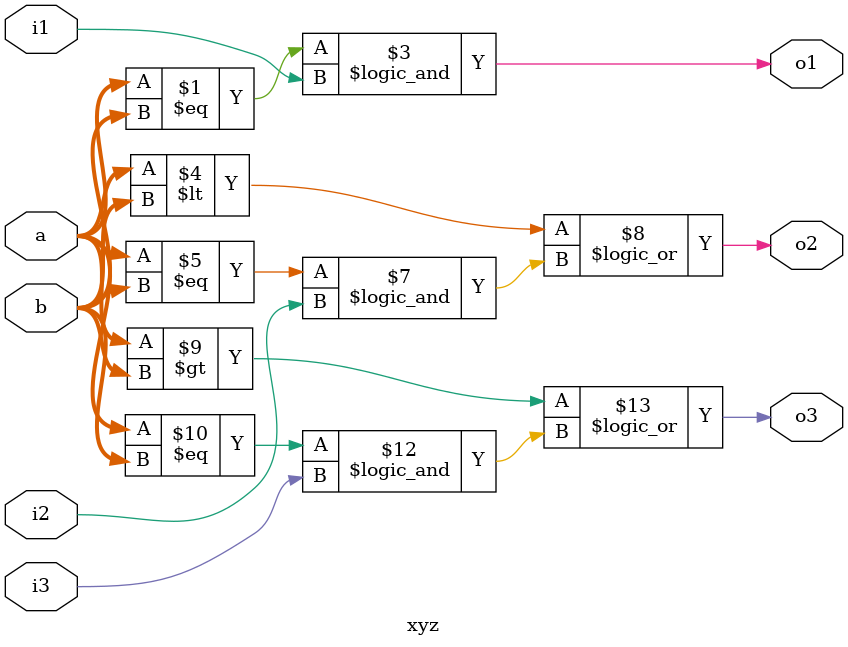
<source format=v>
`timescale 1ns / 1ps
module xyz(o1,o2,o3,i1,i2,i3,a,b);
input i1,i2,i3;
input [3:0]a,b;
output o1,o2,o3;
assign o1=(a==b)&&(i1==1);
assign o2=(a<b)||((a==b)&&(i2==1));
assign o3=(a>b)||((a==b)&&(i3==1));



endmodule

</source>
